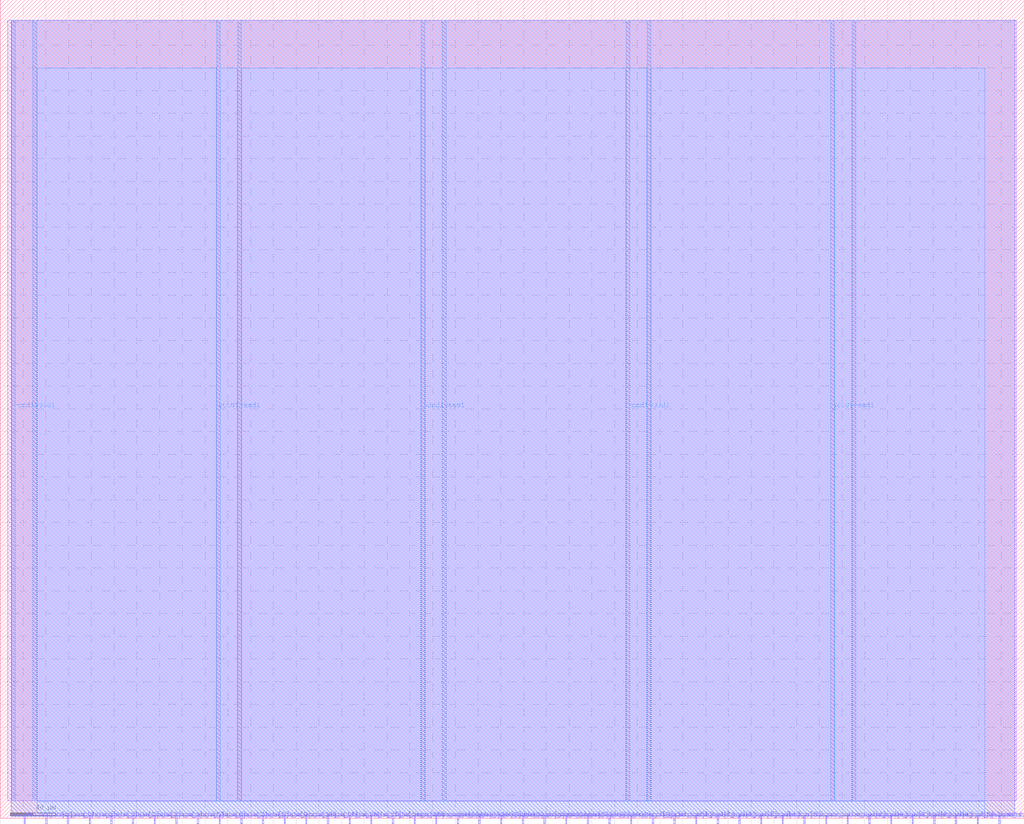
<source format=lef>
VERSION 5.7 ;
  NOWIREEXTENSIONATPIN ON ;
  DIVIDERCHAR "/" ;
  BUSBITCHARS "[]" ;
MACRO driver_core
  CLASS BLOCK ;
  FOREIGN driver_core ;
  ORIGIN 0.000 0.000 ;
  SIZE 900.000 BY 720.000 ;
  PIN clock
    DIRECTION INPUT ;
    USE SIGNAL ;
    PORT
      LAYER Metal2 ;
        RECT 687.400 -4.800 688.520 2.400 ;
    END
  END clock
  PIN clock_a
    DIRECTION INPUT ;
    USE SIGNAL ;
    PORT
      LAYER Metal2 ;
        RECT 706.440 -4.800 707.560 2.400 ;
    END
  END clock_a
  PIN col_select_a[0]
    DIRECTION INPUT ;
    USE SIGNAL ;
    PORT
      LAYER Metal2 ;
        RECT 573.160 -4.800 574.280 2.400 ;
    END
  END col_select_a[0]
  PIN col_select_a[1]
    DIRECTION INPUT ;
    USE SIGNAL ;
    PORT
      LAYER Metal2 ;
        RECT 592.200 -4.800 593.320 2.400 ;
    END
  END col_select_a[1]
  PIN col_select_a[2]
    DIRECTION INPUT ;
    USE SIGNAL ;
    PORT
      LAYER Metal2 ;
        RECT 611.240 -4.800 612.360 2.400 ;
    END
  END col_select_a[2]
  PIN col_select_a[3]
    DIRECTION INPUT ;
    USE SIGNAL ;
    PORT
      LAYER Metal2 ;
        RECT 630.280 -4.800 631.400 2.400 ;
    END
  END col_select_a[3]
  PIN col_select_a[4]
    DIRECTION INPUT ;
    USE SIGNAL ;
    PORT
      LAYER Metal2 ;
        RECT 649.320 -4.800 650.440 2.400 ;
    END
  END col_select_a[4]
  PIN col_select_a[5]
    DIRECTION INPUT ;
    USE SIGNAL ;
    PORT
      LAYER Metal2 ;
        RECT 668.360 -4.800 669.480 2.400 ;
    END
  END col_select_a[5]
  PIN data_in_a[0]
    DIRECTION INPUT ;
    USE SIGNAL ;
    PORT
      LAYER Metal2 ;
        RECT 59.080 -4.800 60.200 2.400 ;
    END
  END data_in_a[0]
  PIN data_in_a[10]
    DIRECTION INPUT ;
    USE SIGNAL ;
    PORT
      LAYER Metal2 ;
        RECT 249.480 -4.800 250.600 2.400 ;
    END
  END data_in_a[10]
  PIN data_in_a[11]
    DIRECTION INPUT ;
    USE SIGNAL ;
    PORT
      LAYER Metal2 ;
        RECT 268.520 -4.800 269.640 2.400 ;
    END
  END data_in_a[11]
  PIN data_in_a[12]
    DIRECTION INPUT ;
    USE SIGNAL ;
    PORT
      LAYER Metal2 ;
        RECT 287.560 -4.800 288.680 2.400 ;
    END
  END data_in_a[12]
  PIN data_in_a[13]
    DIRECTION INPUT ;
    USE SIGNAL ;
    PORT
      LAYER Metal2 ;
        RECT 306.600 -4.800 307.720 2.400 ;
    END
  END data_in_a[13]
  PIN data_in_a[14]
    DIRECTION INPUT ;
    USE SIGNAL ;
    PORT
      LAYER Metal2 ;
        RECT 325.640 -4.800 326.760 2.400 ;
    END
  END data_in_a[14]
  PIN data_in_a[15]
    DIRECTION INPUT ;
    USE SIGNAL ;
    PORT
      LAYER Metal2 ;
        RECT 344.680 -4.800 345.800 2.400 ;
    END
  END data_in_a[15]
  PIN data_in_a[1]
    DIRECTION INPUT ;
    USE SIGNAL ;
    PORT
      LAYER Metal2 ;
        RECT 78.120 -4.800 79.240 2.400 ;
    END
  END data_in_a[1]
  PIN data_in_a[2]
    DIRECTION INPUT ;
    USE SIGNAL ;
    PORT
      LAYER Metal2 ;
        RECT 97.160 -4.800 98.280 2.400 ;
    END
  END data_in_a[2]
  PIN data_in_a[3]
    DIRECTION INPUT ;
    USE SIGNAL ;
    PORT
      LAYER Metal2 ;
        RECT 116.200 -4.800 117.320 2.400 ;
    END
  END data_in_a[3]
  PIN data_in_a[4]
    DIRECTION INPUT ;
    USE SIGNAL ;
    PORT
      LAYER Metal2 ;
        RECT 135.240 -4.800 136.360 2.400 ;
    END
  END data_in_a[4]
  PIN data_in_a[5]
    DIRECTION INPUT ;
    USE SIGNAL ;
    PORT
      LAYER Metal2 ;
        RECT 154.280 -4.800 155.400 2.400 ;
    END
  END data_in_a[5]
  PIN data_in_a[6]
    DIRECTION INPUT ;
    USE SIGNAL ;
    PORT
      LAYER Metal2 ;
        RECT 173.320 -4.800 174.440 2.400 ;
    END
  END data_in_a[6]
  PIN data_in_a[7]
    DIRECTION INPUT ;
    USE SIGNAL ;
    PORT
      LAYER Metal2 ;
        RECT 192.360 -4.800 193.480 2.400 ;
    END
  END data_in_a[7]
  PIN data_in_a[8]
    DIRECTION INPUT ;
    USE SIGNAL ;
    PORT
      LAYER Metal2 ;
        RECT 211.400 -4.800 212.520 2.400 ;
    END
  END data_in_a[8]
  PIN data_in_a[9]
    DIRECTION INPUT ;
    USE SIGNAL ;
    PORT
      LAYER Metal2 ;
        RECT 230.440 -4.800 231.560 2.400 ;
    END
  END data_in_a[9]
  PIN driver_io[0]
    DIRECTION OUTPUT TRISTATE ;
    USE SIGNAL ;
    PORT
      LAYER Metal2 ;
        RECT 21.000 -4.800 22.120 2.400 ;
    END
  END driver_io[0]
  PIN driver_io[1]
    DIRECTION OUTPUT TRISTATE ;
    USE SIGNAL ;
    PORT
      LAYER Metal2 ;
        RECT 40.040 -4.800 41.160 2.400 ;
    END
  END driver_io[1]
  PIN inverter_select_a
    DIRECTION INPUT ;
    USE SIGNAL ;
    PORT
      LAYER Metal2 ;
        RECT 877.800 -4.800 878.920 2.400 ;
    END
  END inverter_select_a
  PIN mem_address_a[0]
    DIRECTION INPUT ;
    USE SIGNAL ;
    PORT
      LAYER Metal2 ;
        RECT 363.720 -4.800 364.840 2.400 ;
    END
  END mem_address_a[0]
  PIN mem_address_a[1]
    DIRECTION INPUT ;
    USE SIGNAL ;
    PORT
      LAYER Metal2 ;
        RECT 382.760 -4.800 383.880 2.400 ;
    END
  END mem_address_a[1]
  PIN mem_address_a[2]
    DIRECTION INPUT ;
    USE SIGNAL ;
    PORT
      LAYER Metal2 ;
        RECT 401.800 -4.800 402.920 2.400 ;
    END
  END mem_address_a[2]
  PIN mem_address_a[3]
    DIRECTION INPUT ;
    USE SIGNAL ;
    PORT
      LAYER Metal2 ;
        RECT 420.840 -4.800 421.960 2.400 ;
    END
  END mem_address_a[3]
  PIN mem_address_a[4]
    DIRECTION INPUT ;
    USE SIGNAL ;
    PORT
      LAYER Metal2 ;
        RECT 439.880 -4.800 441.000 2.400 ;
    END
  END mem_address_a[4]
  PIN mem_address_a[5]
    DIRECTION INPUT ;
    USE SIGNAL ;
    PORT
      LAYER Metal2 ;
        RECT 458.920 -4.800 460.040 2.400 ;
    END
  END mem_address_a[5]
  PIN mem_address_a[6]
    DIRECTION INPUT ;
    USE SIGNAL ;
    PORT
      LAYER Metal2 ;
        RECT 477.960 -4.800 479.080 2.400 ;
    END
  END mem_address_a[6]
  PIN mem_address_a[7]
    DIRECTION INPUT ;
    USE SIGNAL ;
    PORT
      LAYER Metal2 ;
        RECT 497.000 -4.800 498.120 2.400 ;
    END
  END mem_address_a[7]
  PIN mem_address_a[8]
    DIRECTION INPUT ;
    USE SIGNAL ;
    PORT
      LAYER Metal2 ;
        RECT 516.040 -4.800 517.160 2.400 ;
    END
  END mem_address_a[8]
  PIN mem_address_a[9]
    DIRECTION INPUT ;
    USE SIGNAL ;
    PORT
      LAYER Metal2 ;
        RECT 535.080 -4.800 536.200 2.400 ;
    END
  END mem_address_a[9]
  PIN mem_write_n_a
    DIRECTION INPUT ;
    USE SIGNAL ;
    PORT
      LAYER Metal2 ;
        RECT 554.120 -4.800 555.240 2.400 ;
    END
  END mem_write_n_a
  PIN output_active_a
    DIRECTION INPUT ;
    USE SIGNAL ;
    PORT
      LAYER Metal2 ;
        RECT 858.760 -4.800 859.880 2.400 ;
    END
  END output_active_a
  PIN row_col_select_a
    DIRECTION INPUT ;
    USE SIGNAL ;
    PORT
      LAYER Metal2 ;
        RECT 839.720 -4.800 840.840 2.400 ;
    END
  END row_col_select_a
  PIN row_select_a[0]
    DIRECTION INPUT ;
    USE SIGNAL ;
    PORT
      LAYER Metal2 ;
        RECT 725.480 -4.800 726.600 2.400 ;
    END
  END row_select_a[0]
  PIN row_select_a[1]
    DIRECTION INPUT ;
    USE SIGNAL ;
    PORT
      LAYER Metal2 ;
        RECT 744.520 -4.800 745.640 2.400 ;
    END
  END row_select_a[1]
  PIN row_select_a[2]
    DIRECTION INPUT ;
    USE SIGNAL ;
    PORT
      LAYER Metal2 ;
        RECT 763.560 -4.800 764.680 2.400 ;
    END
  END row_select_a[2]
  PIN row_select_a[3]
    DIRECTION INPUT ;
    USE SIGNAL ;
    PORT
      LAYER Metal2 ;
        RECT 782.600 -4.800 783.720 2.400 ;
    END
  END row_select_a[3]
  PIN row_select_a[4]
    DIRECTION INPUT ;
    USE SIGNAL ;
    PORT
      LAYER Metal2 ;
        RECT 801.640 -4.800 802.760 2.400 ;
    END
  END row_select_a[4]
  PIN row_select_a[5]
    DIRECTION INPUT ;
    USE SIGNAL ;
    PORT
      LAYER Metal2 ;
        RECT 820.680 -4.800 821.800 2.400 ;
    END
  END row_select_a[5]
  PIN vccd1
    DIRECTION INOUT ;
    USE POWER ;
    PORT
      LAYER Metal4 ;
        RECT 10.170 15.380 13.270 701.980 ;
    END
    PORT
      LAYER Metal4 ;
        RECT 190.170 15.380 193.270 701.980 ;
    END
    PORT
      LAYER Metal4 ;
        RECT 370.170 15.380 373.270 701.980 ;
    END
    PORT
      LAYER Metal4 ;
        RECT 550.170 15.380 553.270 701.980 ;
    END
    PORT
      LAYER Metal4 ;
        RECT 730.170 15.380 733.270 701.980 ;
    END
  END vccd1
  PIN vssd1
    DIRECTION INOUT ;
    USE GROUND ;
    PORT
      LAYER Metal4 ;
        RECT 28.770 15.380 31.870 701.980 ;
    END
    PORT
      LAYER Metal4 ;
        RECT 208.770 15.380 211.870 701.980 ;
    END
    PORT
      LAYER Metal4 ;
        RECT 388.770 15.380 391.870 701.980 ;
    END
    PORT
      LAYER Metal4 ;
        RECT 568.770 15.380 571.870 701.980 ;
    END
    PORT
      LAYER Metal4 ;
        RECT 748.770 15.380 751.870 701.980 ;
    END
  END vssd1
  OBS
      LAYER Metal1 ;
        RECT 6.720 15.380 893.200 701.980 ;
      LAYER Metal2 ;
        RECT 9.660 2.700 891.940 701.870 ;
        RECT 9.660 1.770 20.700 2.700 ;
        RECT 22.420 1.770 39.740 2.700 ;
        RECT 41.460 1.770 58.780 2.700 ;
        RECT 60.500 1.770 77.820 2.700 ;
        RECT 79.540 1.770 96.860 2.700 ;
        RECT 98.580 1.770 115.900 2.700 ;
        RECT 117.620 1.770 134.940 2.700 ;
        RECT 136.660 1.770 153.980 2.700 ;
        RECT 155.700 1.770 173.020 2.700 ;
        RECT 174.740 1.770 192.060 2.700 ;
        RECT 193.780 1.770 211.100 2.700 ;
        RECT 212.820 1.770 230.140 2.700 ;
        RECT 231.860 1.770 249.180 2.700 ;
        RECT 250.900 1.770 268.220 2.700 ;
        RECT 269.940 1.770 287.260 2.700 ;
        RECT 288.980 1.770 306.300 2.700 ;
        RECT 308.020 1.770 325.340 2.700 ;
        RECT 327.060 1.770 344.380 2.700 ;
        RECT 346.100 1.770 363.420 2.700 ;
        RECT 365.140 1.770 382.460 2.700 ;
        RECT 384.180 1.770 401.500 2.700 ;
        RECT 403.220 1.770 420.540 2.700 ;
        RECT 422.260 1.770 439.580 2.700 ;
        RECT 441.300 1.770 458.620 2.700 ;
        RECT 460.340 1.770 477.660 2.700 ;
        RECT 479.380 1.770 496.700 2.700 ;
        RECT 498.420 1.770 515.740 2.700 ;
        RECT 517.460 1.770 534.780 2.700 ;
        RECT 536.500 1.770 553.820 2.700 ;
        RECT 555.540 1.770 572.860 2.700 ;
        RECT 574.580 1.770 591.900 2.700 ;
        RECT 593.620 1.770 610.940 2.700 ;
        RECT 612.660 1.770 629.980 2.700 ;
        RECT 631.700 1.770 649.020 2.700 ;
        RECT 650.740 1.770 668.060 2.700 ;
        RECT 669.780 1.770 687.100 2.700 ;
        RECT 688.820 1.770 706.140 2.700 ;
        RECT 707.860 1.770 725.180 2.700 ;
        RECT 726.900 1.770 744.220 2.700 ;
        RECT 745.940 1.770 763.260 2.700 ;
        RECT 764.980 1.770 782.300 2.700 ;
        RECT 784.020 1.770 801.340 2.700 ;
        RECT 803.060 1.770 820.380 2.700 ;
        RECT 822.100 1.770 839.420 2.700 ;
        RECT 841.140 1.770 858.460 2.700 ;
        RECT 860.180 1.770 877.500 2.700 ;
        RECT 879.220 1.770 891.940 2.700 ;
      LAYER Metal3 ;
        RECT 9.610 1.820 891.990 701.820 ;
      LAYER Metal4 ;
        RECT 32.620 15.080 189.870 659.590 ;
        RECT 193.570 15.080 208.470 659.590 ;
        RECT 212.170 15.080 369.870 659.590 ;
        RECT 373.570 15.080 388.470 659.590 ;
        RECT 392.170 15.080 549.870 659.590 ;
        RECT 553.570 15.080 568.470 659.590 ;
        RECT 572.170 15.080 729.870 659.590 ;
        RECT 733.570 15.080 748.470 659.590 ;
        RECT 752.170 15.080 865.620 659.590 ;
        RECT 32.620 4.570 865.620 15.080 ;
  END
END driver_core
END LIBRARY


</source>
